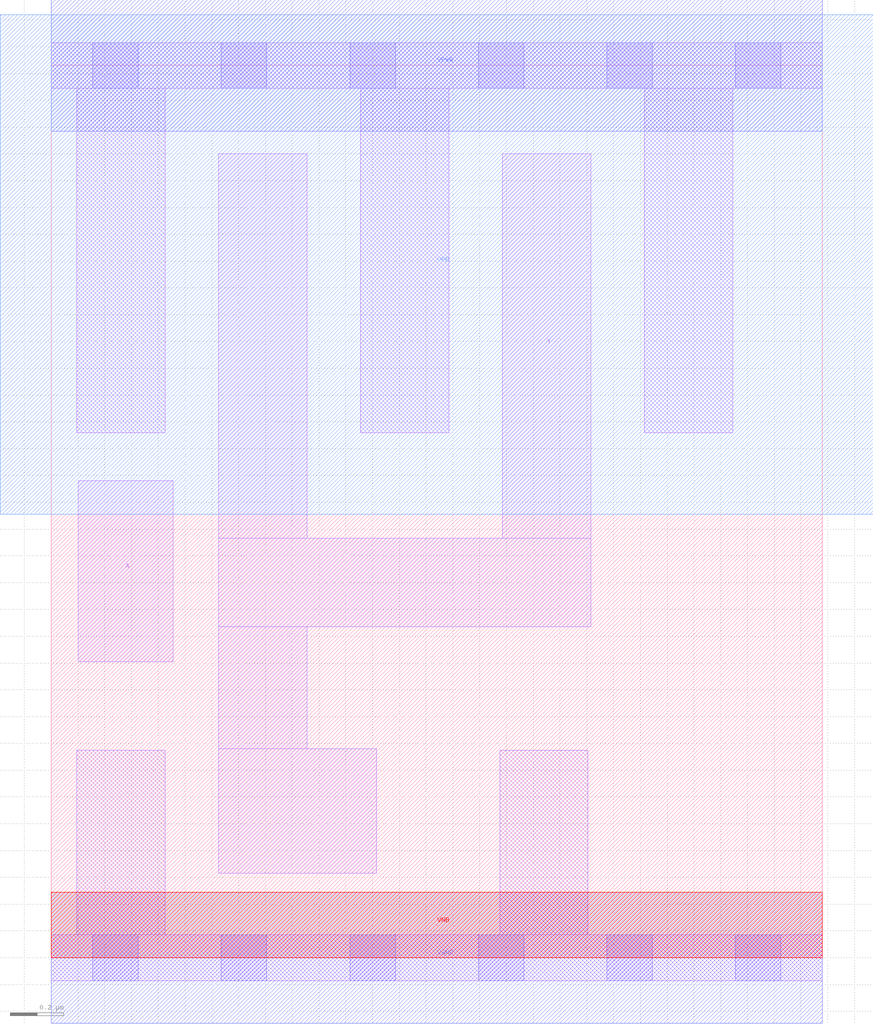
<source format=lef>
# Copyright 2020 The SkyWater PDK Authors
#
# Licensed under the Apache License, Version 2.0 (the "License");
# you may not use this file except in compliance with the License.
# You may obtain a copy of the License at
#
#     https://www.apache.org/licenses/LICENSE-2.0
#
# Unless required by applicable law or agreed to in writing, software
# distributed under the License is distributed on an "AS IS" BASIS,
# WITHOUT WARRANTIES OR CONDITIONS OF ANY KIND, either express or implied.
# See the License for the specific language governing permissions and
# limitations under the License.
#
# SPDX-License-Identifier: Apache-2.0

VERSION 5.7 ;
  NOWIREEXTENSIONATPIN ON ;
  DIVIDERCHAR "/" ;
  BUSBITCHARS "[]" ;
MACRO sky130_fd_sc_lp__clkinvlp_4
  CLASS CORE ;
  FOREIGN sky130_fd_sc_lp__clkinvlp_4 ;
  ORIGIN  0.000000  0.000000 ;
  SIZE  2.880000 BY  3.330000 ;
  SYMMETRY X Y R90 ;
  SITE unit ;
  PIN A
    ANTENNAGATEAREA  1.330000 ;
    DIRECTION INPUT ;
    USE SIGNAL ;
    PORT
      LAYER li1 ;
        RECT 0.100000 1.105000 0.455000 1.780000 ;
    END
  END A
  PIN Y
    ANTENNADIFFAREA  0.714000 ;
    DIRECTION OUTPUT ;
    USE SIGNAL ;
    PORT
      LAYER li1 ;
        RECT 0.625000 0.315000 1.215000 0.780000 ;
        RECT 0.625000 0.780000 0.955000 1.235000 ;
        RECT 0.625000 1.235000 2.015000 1.565000 ;
        RECT 0.625000 1.565000 0.955000 3.000000 ;
        RECT 1.685000 1.565000 2.015000 3.000000 ;
    END
  END Y
  PIN VGND
    DIRECTION INOUT ;
    USE GROUND ;
    PORT
      LAYER met1 ;
        RECT 0.000000 -0.245000 2.880000 0.245000 ;
    END
  END VGND
  PIN VNB
    DIRECTION INOUT ;
    USE GROUND ;
    PORT
      LAYER pwell ;
        RECT 0.000000 0.000000 2.880000 0.245000 ;
    END
  END VNB
  PIN VPB
    DIRECTION INOUT ;
    USE POWER ;
    PORT
      LAYER nwell ;
        RECT -0.190000 1.655000 3.070000 3.520000 ;
    END
  END VPB
  PIN VPWR
    DIRECTION INOUT ;
    USE POWER ;
    PORT
      LAYER met1 ;
        RECT 0.000000 3.085000 2.880000 3.575000 ;
    END
  END VPWR
  OBS
    LAYER li1 ;
      RECT 0.000000 -0.085000 2.880000 0.085000 ;
      RECT 0.000000  3.245000 2.880000 3.415000 ;
      RECT 0.095000  0.085000 0.425000 0.775000 ;
      RECT 0.095000  1.960000 0.425000 3.245000 ;
      RECT 1.155000  1.960000 1.485000 3.245000 ;
      RECT 1.675000  0.085000 2.005000 0.775000 ;
      RECT 2.215000  1.960000 2.545000 3.245000 ;
    LAYER mcon ;
      RECT 0.155000 -0.085000 0.325000 0.085000 ;
      RECT 0.155000  3.245000 0.325000 3.415000 ;
      RECT 0.635000 -0.085000 0.805000 0.085000 ;
      RECT 0.635000  3.245000 0.805000 3.415000 ;
      RECT 1.115000 -0.085000 1.285000 0.085000 ;
      RECT 1.115000  3.245000 1.285000 3.415000 ;
      RECT 1.595000 -0.085000 1.765000 0.085000 ;
      RECT 1.595000  3.245000 1.765000 3.415000 ;
      RECT 2.075000 -0.085000 2.245000 0.085000 ;
      RECT 2.075000  3.245000 2.245000 3.415000 ;
      RECT 2.555000 -0.085000 2.725000 0.085000 ;
      RECT 2.555000  3.245000 2.725000 3.415000 ;
  END
END sky130_fd_sc_lp__clkinvlp_4
END LIBRARY

</source>
